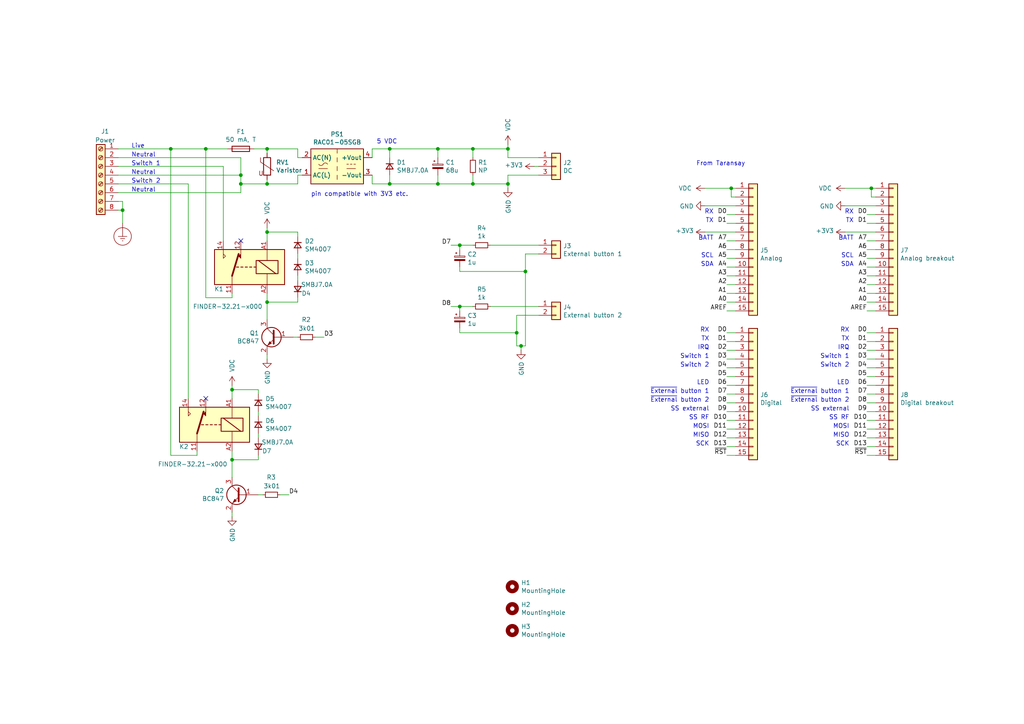
<source format=kicad_sch>
(kicad_sch (version 20211123) (generator eeschema)
  (paper "A4")
  (lib_symbols
    (symbol "Connector:Screw_Terminal_01x08" (pin_names (offset 1.016) hide)
      (property "Reference" "J" (at 0 10.16 0))
      (property "Value" "Screw_Terminal_01x08" (at 0 -12.7 0))
      (symbol "Screw_Terminal_01x08_1_1"
        (rectangle (start -1.27 8.89) (end 1.27 -11.43) (stroke (width 0.254)) (fill (type background)))
        (circle (center 0 -10.16) (radius 0.635) (stroke (width 0.1524)))
        (circle (center 0 -7.62) (radius 0.635) (stroke (width 0.1524)))
        (circle (center 0 -5.08) (radius 0.635) (stroke (width 0.1524)))
        (circle (center 0 -2.54) (radius 0.635) (stroke (width 0.1524)))
        (polyline (pts (xy -0.5334 -9.8298) (xy 0.3302 -10.668)) (stroke (width 0.1524)))
        (polyline (pts (xy -0.5334 -7.2898) (xy 0.3302 -8.128)) (stroke (width 0.1524)))
        (polyline (pts (xy -0.5334 -4.7498) (xy 0.3302 -5.588)) (stroke (width 0.1524)))
        (polyline (pts (xy -0.5334 -2.2098) (xy 0.3302 -3.048)) (stroke (width 0.1524)))
        (polyline (pts (xy -0.5334 0.3302) (xy 0.3302 -0.508)) (stroke (width 0.1524)))
        (polyline (pts (xy -0.5334 2.8702) (xy 0.3302 2.032)) (stroke (width 0.1524)))
        (polyline (pts (xy -0.5334 5.4102) (xy 0.3302 4.572)) (stroke (width 0.1524)))
        (polyline (pts (xy -0.5334 7.9502) (xy 0.3302 7.112)) (stroke (width 0.1524)))
        (polyline (pts (xy -0.3556 -9.652) (xy 0.508 -10.4902)) (stroke (width 0.1524)))
        (polyline (pts (xy -0.3556 -7.112) (xy 0.508 -7.9502)) (stroke (width 0.1524)))
        (polyline (pts (xy -0.3556 -4.572) (xy 0.508 -5.4102)) (stroke (width 0.1524)))
        (polyline (pts (xy -0.3556 -2.032) (xy 0.508 -2.8702)) (stroke (width 0.1524)))
        (polyline (pts (xy -0.3556 0.508) (xy 0.508 -0.3302)) (stroke (width 0.1524)))
        (polyline (pts (xy -0.3556 3.048) (xy 0.508 2.2098)) (stroke (width 0.1524)))
        (polyline (pts (xy -0.3556 5.588) (xy 0.508 4.7498)) (stroke (width 0.1524)))
        (polyline (pts (xy -0.3556 8.128) (xy 0.508 7.2898)) (stroke (width 0.1524)))
        (circle (center 0 0) (radius 0.635) (stroke (width 0.1524)))
        (circle (center 0 2.54) (radius 0.635) (stroke (width 0.1524)))
        (circle (center 0 5.08) (radius 0.635) (stroke (width 0.1524)))
        (circle (center 0 7.62) (radius 0.635) (stroke (width 0.1524)))
        (pin passive line (at -5.08 7.62 0) (length 3.81) (name "Pin_1") (number "1"))
        (pin passive line (at -5.08 5.08 0) (length 3.81) (name "Pin_2") (number "2"))
        (pin passive line (at -5.08 2.54 0) (length 3.81) (name "Pin_3") (number "3"))
        (pin passive line (at -5.08 0 0) (length 3.81) (name "Pin_4") (number "4"))
        (pin passive line (at -5.08 -2.54 0) (length 3.81) (name "Pin_5") (number "5"))
        (pin passive line (at -5.08 -5.08 0) (length 3.81) (name "Pin_6") (number "6"))
        (pin passive line (at -5.08 -7.62 0) (length 3.81) (name "Pin_7") (number "7"))
        (pin passive line (at -5.08 -10.16 0) (length 3.81) (name "Pin_8") (number "8"))
      )
    )
    (symbol "Connector_Generic:Conn_01x02" (pin_names (offset 1.016) hide)
      (property "Reference" "J" (at 0 2.54 0))
      (property "Value" "Conn_01x02" (at 0 -5.08 0))
      (symbol "Conn_01x02_1_1"
        (rectangle (start -1.27 -2.413) (end 0 -2.667) (stroke (width 0.1524)))
        (rectangle (start -1.27 0.127) (end 0 -0.127) (stroke (width 0.1524)))
        (rectangle (start -1.27 1.27) (end 1.27 -3.81) (stroke (width 0.254)) (fill (type background)))
        (pin passive line (at -5.08 0 0) (length 3.81) (name "Pin_1") (number "1"))
        (pin passive line (at -5.08 -2.54 0) (length 3.81) (name "Pin_2") (number "2"))
      )
    )
    (symbol "Connector_Generic:Conn_01x03" (pin_names (offset 1.016) hide)
      (property "Reference" "J" (at 0 5.08 0))
      (property "Value" "Conn_01x03" (at 0 -5.08 0))
      (symbol "Conn_01x03_1_1"
        (rectangle (start -1.27 -2.413) (end 0 -2.667) (stroke (width 0.1524)))
        (rectangle (start -1.27 0.127) (end 0 -0.127) (stroke (width 0.1524)))
        (rectangle (start -1.27 2.667) (end 0 2.413) (stroke (width 0.1524)))
        (rectangle (start -1.27 3.81) (end 1.27 -3.81) (stroke (width 0.254)) (fill (type background)))
        (pin passive line (at -5.08 2.54 0) (length 3.81) (name "Pin_1") (number "1"))
        (pin passive line (at -5.08 0 0) (length 3.81) (name "Pin_2") (number "2"))
        (pin passive line (at -5.08 -2.54 0) (length 3.81) (name "Pin_3") (number "3"))
      )
    )
    (symbol "Connector_Generic:Conn_01x15" (pin_names (offset 1.016) hide)
      (property "Reference" "J" (at 0 20.32 0))
      (property "Value" "Conn_01x15" (at 0 -20.32 0))
      (symbol "Conn_01x15_1_1"
        (rectangle (start -1.27 -17.653) (end 0 -17.907) (stroke (width 0.1524)))
        (rectangle (start -1.27 -15.113) (end 0 -15.367) (stroke (width 0.1524)))
        (rectangle (start -1.27 -12.573) (end 0 -12.827) (stroke (width 0.1524)))
        (rectangle (start -1.27 -10.033) (end 0 -10.287) (stroke (width 0.1524)))
        (rectangle (start -1.27 -7.493) (end 0 -7.747) (stroke (width 0.1524)))
        (rectangle (start -1.27 -4.953) (end 0 -5.207) (stroke (width 0.1524)))
        (rectangle (start -1.27 -2.413) (end 0 -2.667) (stroke (width 0.1524)))
        (rectangle (start -1.27 0.127) (end 0 -0.127) (stroke (width 0.1524)))
        (rectangle (start -1.27 2.667) (end 0 2.413) (stroke (width 0.1524)))
        (rectangle (start -1.27 5.207) (end 0 4.953) (stroke (width 0.1524)))
        (rectangle (start -1.27 7.747) (end 0 7.493) (stroke (width 0.1524)))
        (rectangle (start -1.27 10.287) (end 0 10.033) (stroke (width 0.1524)))
        (rectangle (start -1.27 12.827) (end 0 12.573) (stroke (width 0.1524)))
        (rectangle (start -1.27 15.367) (end 0 15.113) (stroke (width 0.1524)))
        (rectangle (start -1.27 17.907) (end 0 17.653) (stroke (width 0.1524)))
        (rectangle (start -1.27 19.05) (end 1.27 -19.05) (stroke (width 0.254)) (fill (type background)))
        (pin passive line (at -5.08 17.78 0) (length 3.81) (name "Pin_1") (number "1"))
        (pin passive line (at -5.08 -5.08 0) (length 3.81) (name "Pin_10") (number "10"))
        (pin passive line (at -5.08 -7.62 0) (length 3.81) (name "Pin_11") (number "11"))
        (pin passive line (at -5.08 -10.16 0) (length 3.81) (name "Pin_12") (number "12"))
        (pin passive line (at -5.08 -12.7 0) (length 3.81) (name "Pin_13") (number "13"))
        (pin passive line (at -5.08 -15.24 0) (length 3.81) (name "Pin_14") (number "14"))
        (pin passive line (at -5.08 -17.78 0) (length 3.81) (name "Pin_15") (number "15"))
        (pin passive line (at -5.08 15.24 0) (length 3.81) (name "Pin_2") (number "2"))
        (pin passive line (at -5.08 12.7 0) (length 3.81) (name "Pin_3") (number "3"))
        (pin passive line (at -5.08 10.16 0) (length 3.81) (name "Pin_4") (number "4"))
        (pin passive line (at -5.08 7.62 0) (length 3.81) (name "Pin_5") (number "5"))
        (pin passive line (at -5.08 5.08 0) (length 3.81) (name "Pin_6") (number "6"))
        (pin passive line (at -5.08 2.54 0) (length 3.81) (name "Pin_7") (number "7"))
        (pin passive line (at -5.08 0 0) (length 3.81) (name "Pin_8") (number "8"))
        (pin passive line (at -5.08 -2.54 0) (length 3.81) (name "Pin_9") (number "9"))
      )
    )
    (symbol "Converter_ACDC:RAC01-05SGB"
      (property "Reference" "PS" (at 0 6.35 0))
      (property "Value" "RAC01-05SGB" (at 0 -6.35 0))
      (symbol "RAC01-05SGB_1_1"
        (rectangle (start -7.62 5.08) (end 7.62 -5.08) (stroke (width 0.254)) (fill (type background)))
        (arc (start -5.334 0.635) (mid -4.699 0.2495) (end -4.064 0.635))
        (arc (start -2.794 0.635) (mid -3.429 1.0072) (end -4.064 0.635))
        (polyline (pts (xy -5.334 -0.635) (xy -2.794 -0.635)))
        (polyline (pts (xy 0 -2.54) (xy 0 -3.81)))
        (polyline (pts (xy 0 0) (xy 0 -1.27)))
        (polyline (pts (xy 0 2.54) (xy 0 1.27)))
        (polyline (pts (xy 0 5.08) (xy 0 3.81)))
        (polyline (pts (xy 2.794 -0.635) (xy 5.334 -0.635)))
        (polyline (pts (xy 2.794 0.635) (xy 3.302 0.635)))
        (polyline (pts (xy 3.81 0.635) (xy 4.318 0.635)))
        (polyline (pts (xy 4.826 0.635) (xy 5.334 0.635)))
        (pin power_in line (at -10.16 -2.54 0) (length 2.54) (name "AC(L)") (number "1"))
        (pin power_in line (at -10.16 2.54 0) (length 2.54) (name "AC(N)") (number "2"))
        (pin power_out line (at 10.16 -2.54 180) (length 2.54) (name "-Vout") (number "3"))
        (pin power_out line (at 10.16 2.54 180) (length 2.54) (name "+Vout") (number "4"))
      )
    )
    (symbol "Device:C_Polarized_Small" (pin_numbers hide) (pin_names (offset 0.254) hide)
      (property "Reference" "C" (at 0.254 1.778 0))
      (property "Value" "C_Polarized_Small" (at 0.254 -2.032 0))
      (symbol "C_Polarized_Small_0_1"
        (rectangle (start -1.524 -0.3048) (end 1.524 -0.6858) (fill (type outline)))
        (rectangle (start -1.524 0.6858) (end 1.524 0.3048))
        (polyline (pts (xy -1.27 1.524) (xy -0.762 1.524)))
        (polyline (pts (xy -1.016 1.27) (xy -1.016 1.778)))
      )
      (symbol "C_Polarized_Small_1_1"
        (pin passive line (at 0 2.54 270) (length 1.8542) (name "~") (number "1"))
        (pin passive line (at 0 -2.54 90) (length 1.8542) (name "~") (number "2"))
      )
    )
    (symbol "Device:D_Small" (pin_numbers hide) (pin_names (offset 0.254) hide)
      (property "Reference" "D" (at -1.27 2.032 0))
      (property "Value" "D_Small" (at -3.81 -2.032 0))
      (symbol "D_Small_0_1"
        (polyline (pts (xy -0.762 -1.016) (xy -0.762 1.016)) (stroke (width 0.254)))
        (polyline (pts (xy -0.762 0) (xy 0.762 0)))
        (polyline (pts (xy 0.762 -1.016) (xy -0.762 0) (xy 0.762 1.016) (xy 0.762 -1.016)) (stroke (width 0.254)))
      )
      (symbol "D_Small_1_1"
        (pin passive line (at -2.54 0 0) (length 1.778) (name "K") (number "1"))
        (pin passive line (at 2.54 0 180) (length 1.778) (name "A") (number "2"))
      )
    )
    (symbol "Device:Fuse" (pin_numbers hide) (pin_names (offset 0))
      (property "Reference" "F" (at 2.032 0 90))
      (property "Value" "Fuse" (at -1.905 0 90))
      (symbol "Fuse_0_1"
        (rectangle (start -0.762 -2.54) (end 0.762 2.54) (stroke (width 0.254)))
        (polyline (pts (xy 0 2.54) (xy 0 -2.54)))
      )
      (symbol "Fuse_1_1"
        (pin passive line (at 0 3.81 270) (length 1.27) (name "~") (number "1"))
        (pin passive line (at 0 -3.81 90) (length 1.27) (name "~") (number "2"))
      )
    )
    (symbol "Device:Q_NPN_BEC" (pin_names (offset 0) hide)
      (property "Reference" "Q" (at 5.08 1.27 0))
      (property "Value" "Q_NPN_BEC" (at 5.08 -1.27 0))
      (symbol "Q_NPN_BEC_0_1"
        (polyline (pts (xy 0.635 0.635) (xy 2.54 2.54)))
        (polyline (pts (xy 0.635 -0.635) (xy 2.54 -2.54) (xy 2.54 -2.54)))
        (polyline (pts (xy 0.635 1.905) (xy 0.635 -1.905) (xy 0.635 -1.905)) (stroke (width 0.508)))
        (polyline (pts (xy 1.27 -1.778) (xy 1.778 -1.27) (xy 2.286 -2.286) (xy 1.27 -1.778) (xy 1.27 -1.778)) (fill (type outline)))
        (circle (center 1.27 0) (radius 2.8194) (stroke (width 0.254)))
      )
      (symbol "Q_NPN_BEC_1_1"
        (pin input line (at -5.08 0 0) (length 5.715) (name "B") (number "1"))
        (pin passive line (at 2.54 -5.08 90) (length 2.54) (name "E") (number "2"))
        (pin passive line (at 2.54 5.08 270) (length 2.54) (name "C") (number "3"))
      )
    )
    (symbol "Device:R_Small" (pin_numbers hide) (pin_names (offset 0.254) hide)
      (property "Reference" "R" (at 0.762 0.508 0))
      (property "Value" "R_Small" (at 0.762 -1.016 0))
      (symbol "R_Small_0_1"
        (rectangle (start -0.762 1.778) (end 0.762 -1.778) (stroke (width 0.2032)))
      )
      (symbol "R_Small_1_1"
        (pin passive line (at 0 2.54 270) (length 0.762) (name "~") (number "1"))
        (pin passive line (at 0 -2.54 90) (length 0.762) (name "~") (number "2"))
      )
    )
    (symbol "Device:Varistor" (pin_numbers hide) (pin_names (offset 0))
      (property "Reference" "RV" (at 3.175 0 90))
      (property "Value" "Varistor" (at -3.175 0 90))
      (symbol "Varistor_0_0"
        (text "U" (at -1.778 -2.032 0) (effects (font (size 1.27 1.27))))
      )
      (symbol "Varistor_0_1"
        (rectangle (start -1.016 -2.54) (end 1.016 2.54) (stroke (width 0.254)))
        (polyline (pts (xy -1.905 2.54) (xy -1.905 1.27) (xy 1.905 -1.27)))
      )
      (symbol "Varistor_1_1"
        (pin passive line (at 0 3.81 270) (length 1.27) (name "~") (number "1"))
        (pin passive line (at 0 -3.81 90) (length 1.27) (name "~") (number "2"))
      )
    )
    (symbol "Mechanical:MountingHole" (pin_names (offset 1.016))
      (property "Reference" "H" (at 0 5.08 0))
      (property "Value" "MountingHole" (at 0 3.175 0))
      (symbol "MountingHole_0_1"
        (circle (center 0 0) (radius 1.27) (stroke (width 1.27)))
      )
    )
    (symbol "Relay:FINDER-32.21-x000"
      (property "Reference" "K" (at 11.43 3.81 0))
      (property "Value" "FINDER-32.21-x000" (at 11.43 1.27 0))
      (symbol "FINDER-32.21-x000_0_0"
        (polyline (pts (xy 2.54 5.08) (xy 2.54 2.54) (xy 3.175 3.175) (xy 2.54 3.81)) (fill (type outline)))
        (polyline (pts (xy 7.62 5.08) (xy 7.62 2.54) (xy 6.985 3.175) (xy 7.62 3.81)))
      )
      (symbol "FINDER-32.21-x000_0_1"
        (rectangle (start -10.16 5.08) (end 10.16 -5.08) (stroke (width 0.254)) (fill (type background)))
        (rectangle (start -8.255 1.905) (end -1.905 -1.905) (stroke (width 0.254)))
        (polyline (pts (xy -7.62 -1.905) (xy -2.54 1.905)) (stroke (width 0.254)))
        (polyline (pts (xy -5.08 -5.08) (xy -5.08 -1.905)))
        (polyline (pts (xy -5.08 5.08) (xy -5.08 1.905)))
        (polyline (pts (xy -1.905 0) (xy -1.27 0)) (stroke (width 0.254)))
        (polyline (pts (xy -0.635 0) (xy 0 0)) (stroke (width 0.254)))
        (polyline (pts (xy 0.635 0) (xy 1.27 0)) (stroke (width 0.254)))
        (polyline (pts (xy 1.905 0) (xy 2.54 0)) (stroke (width 0.254)))
        (polyline (pts (xy 3.175 0) (xy 3.81 0)) (stroke (width 0.254)))
        (polyline (pts (xy 5.08 -2.54) (xy 3.175 3.81)) (stroke (width 0.508)))
        (polyline (pts (xy 5.08 -2.54) (xy 5.08 -5.08)))
      )
      (symbol "FINDER-32.21-x000_1_1"
        (pin passive line (at 5.08 -7.62 90) (length 2.54) (name "~") (number "11"))
        (pin passive line (at 2.54 7.62 270) (length 2.54) (name "~") (number "12"))
        (pin passive line (at 7.62 7.62 270) (length 2.54) (name "~") (number "14"))
        (pin passive line (at -5.08 7.62 270) (length 2.54) (name "~") (number "A1"))
        (pin passive line (at -5.08 -7.62 90) (length 2.54) (name "~") (number "A2"))
      )
    )
    (symbol "power:+3V3" (power) (pin_names (offset 0))
      (property "Value" "+3V3" (at 0 3.556 0))
      (symbol "+3V3_0_1"
        (polyline (pts (xy -0.762 1.27) (xy 0 2.54)))
        (polyline (pts (xy 0 0) (xy 0 2.54)))
        (polyline (pts (xy 0 2.54) (xy 0.762 1.27)))
      )
      (symbol "+3V3_1_1"
        (pin power_in line (at 0 0 90) (length 0) hide (name "+3V3") (number "1"))
      )
    )
    (symbol "power:Earth_Protective" (power) (pin_names (offset 0))
      (symbol "Earth_Protective_0_1"
        (circle (center 0 -3.81) (radius 2.54))
        (polyline (pts (xy -0.635 -4.445) (xy 0.635 -4.445)))
        (polyline (pts (xy -0.127 -5.08) (xy 0.127 -5.08)))
        (polyline (pts (xy 0 -3.81) (xy 0 0)))
        (polyline (pts (xy 1.27 -3.81) (xy -1.27 -3.81)))
      )
      (symbol "Earth_Protective_1_1"
        (pin power_in line (at 0 0 270) (length 0) hide (name "Earth_Protective") (number "1"))
      )
    )
    (symbol "power:GND" (power) (pin_names (offset 0))
      (property "Value" "GND" (at 0 -3.81 0))
      (symbol "GND_0_1"
        (polyline (pts (xy 0 0) (xy 0 -1.27) (xy 1.27 -1.27) (xy 0 -2.54) (xy -1.27 -1.27) (xy 0 -1.27)))
      )
      (symbol "GND_1_1"
        (pin power_in line (at 0 0 270) (length 0) hide (name "GND") (number "1"))
      )
    )
    (symbol "power:VDC" (power) (pin_names (offset 0))
      (property "Value" "VDC" (at 0 6.35 0))
      (symbol "VDC_0_1"
        (polyline (pts (xy -0.762 1.27) (xy 0 2.54)))
        (polyline (pts (xy 0 0) (xy 0 2.54)))
        (polyline (pts (xy 0 2.54) (xy 0.762 1.27)))
      )
      (symbol "VDC_1_1"
        (pin power_in line (at 0 0 90) (length 0) hide (name "VDC") (number "1"))
      )
    )
  )
  (junction (at 59.69 43.18))
  (junction (at 77.47 53.34))
  (junction (at 149.86 96.52))
  (junction (at 77.47 87.63))
  (junction (at 127 53.34))
  (junction (at 212.09 54.61))
  (junction (at 252.73 54.61))
  (junction (at 69.85 53.34))
  (junction (at 77.47 67.31))
  (junction (at 69.85 50.8))
  (junction (at 127 43.18))
  (junction (at 77.47 43.18))
  (junction (at 67.31 133.35))
  (junction (at 49.53 43.18))
  (junction (at 137.16 53.34))
  (junction (at 152.4 78.74))
  (junction (at 133.35 71.12))
  (junction (at 113.03 43.18))
  (junction (at 147.32 53.34))
  (junction (at 35.56 60.96))
  (junction (at 137.16 43.18))
  (junction (at 133.35 88.9))
  (junction (at 147.32 43.18))
  (junction (at 113.03 53.34))
  (junction (at 67.31 113.03))
  (junction (at 151.13 100.33))
  (no_connect (at 69.85 69.85))
  (no_connect (at 59.69 115.57))
  (wire (pts (xy 254 132.08) (xy 251.46 132.08)))
  (wire (pts (xy 142.24 88.9) (xy 156.21 88.9)))
  (wire (pts (xy 254 111.76) (xy 251.46 111.76)))
  (wire (pts (xy 34.29 58.42) (xy 35.56 58.42)))
  (wire (pts (xy 67.31 85.09) (xy 67.31 86.36)))
  (wire (pts (xy 74.93 125.73) (xy 74.93 127)))
  (wire (pts (xy 137.16 50.8) (xy 137.16 53.34)))
  (wire (pts (xy 77.47 92.71) (xy 77.47 87.63)))
  (wire (pts (xy 213.36 116.84) (xy 210.82 116.84)))
  (wire (pts (xy 152.4 78.74) (xy 133.35 78.74)))
  (wire (pts (xy 213.36 57.15) (xy 212.09 57.15)))
  (wire (pts (xy 67.31 133.35) (xy 67.31 130.81)))
  (wire (pts (xy 254 54.61) (xy 252.73 54.61)))
  (wire (pts (xy 74.93 133.35) (xy 67.31 133.35)))
  (wire (pts (xy 67.31 113.03) (xy 74.93 113.03)))
  (wire (pts (xy 152.4 73.66) (xy 152.4 78.74)))
  (wire (pts (xy 137.16 88.9) (xy 133.35 88.9)))
  (wire (pts (xy 213.36 54.61) (xy 212.09 54.61)))
  (wire (pts (xy 133.35 90.17) (xy 133.35 88.9)))
  (wire (pts (xy 67.31 113.03) (xy 67.31 115.57)))
  (wire (pts (xy 213.36 59.69) (xy 204.47 59.69)))
  (wire (pts (xy 213.36 90.17) (xy 210.82 90.17)))
  (wire (pts (xy 127 43.18) (xy 137.16 43.18)))
  (wire (pts (xy 213.36 62.23) (xy 210.82 62.23)))
  (wire (pts (xy 142.24 71.12) (xy 156.21 71.12)))
  (wire (pts (xy 254 101.6) (xy 251.46 101.6)))
  (wire (pts (xy 149.86 96.52) (xy 133.35 96.52)))
  (wire (pts (xy 69.85 45.72) (xy 34.29 45.72)))
  (wire (pts (xy 213.36 80.01) (xy 210.82 80.01)))
  (wire (pts (xy 69.85 53.34) (xy 77.47 53.34)))
  (wire (pts (xy 254 96.52) (xy 251.46 96.52)))
  (wire (pts (xy 254 74.93) (xy 251.46 74.93)))
  (wire (pts (xy 34.29 60.96) (xy 35.56 60.96)))
  (wire (pts (xy 107.95 53.34) (xy 113.03 53.34)))
  (wire (pts (xy 49.53 43.18) (xy 49.53 132.08)))
  (wire (pts (xy 147.32 45.72) (xy 147.32 43.18)))
  (wire (pts (xy 86.36 43.18) (xy 77.47 43.18)))
  (wire (pts (xy 154.94 48.26) (xy 156.21 48.26)))
  (wire (pts (xy 254 72.39) (xy 251.46 72.39)))
  (wire (pts (xy 252.73 54.61) (xy 245.11 54.61)))
  (wire (pts (xy 137.16 53.34) (xy 127 53.34)))
  (wire (pts (xy 74.93 132.08) (xy 74.93 133.35)))
  (wire (pts (xy 86.36 45.72) (xy 86.36 43.18)))
  (wire (pts (xy 133.35 71.12) (xy 130.81 71.12)))
  (wire (pts (xy 149.86 91.44) (xy 149.86 96.52)))
  (wire (pts (xy 137.16 45.72) (xy 137.16 43.18)))
  (wire (pts (xy 213.36 119.38) (xy 210.82 119.38)))
  (wire (pts (xy 151.13 101.6) (xy 151.13 100.33)))
  (wire (pts (xy 77.47 87.63) (xy 77.47 85.09)))
  (wire (pts (xy 77.47 102.87) (xy 77.47 104.14)))
  (wire (pts (xy 213.36 114.3) (xy 210.82 114.3)))
  (wire (pts (xy 213.36 74.93) (xy 210.82 74.93)))
  (wire (pts (xy 254 124.46) (xy 251.46 124.46)))
  (wire (pts (xy 86.36 80.01) (xy 86.36 81.28)))
  (wire (pts (xy 86.36 68.58) (xy 86.36 67.31)))
  (wire (pts (xy 107.95 50.8) (xy 107.95 53.34)))
  (wire (pts (xy 213.36 77.47) (xy 210.82 77.47)))
  (wire (pts (xy 57.15 132.08) (xy 49.53 132.08)))
  (wire (pts (xy 254 127) (xy 251.46 127)))
  (wire (pts (xy 213.36 124.46) (xy 210.82 124.46)))
  (wire (pts (xy 147.32 50.8) (xy 147.32 53.34)))
  (wire (pts (xy 87.63 45.72) (xy 86.36 45.72)))
  (wire (pts (xy 86.36 53.34) (xy 77.47 53.34)))
  (wire (pts (xy 107.95 43.18) (xy 113.03 43.18)))
  (wire (pts (xy 147.32 43.18) (xy 147.32 41.91)))
  (wire (pts (xy 86.36 87.63) (xy 77.47 87.63)))
  (wire (pts (xy 149.86 96.52) (xy 149.86 100.33)))
  (wire (pts (xy 213.36 82.55) (xy 210.82 82.55)))
  (wire (pts (xy 213.36 101.6) (xy 210.82 101.6)))
  (wire (pts (xy 54.61 115.57) (xy 54.61 53.34)))
  (wire (pts (xy 54.61 53.34) (xy 34.29 53.34)))
  (wire (pts (xy 213.36 106.68) (xy 210.82 106.68)))
  (wire (pts (xy 156.21 45.72) (xy 147.32 45.72)))
  (wire (pts (xy 77.47 66.04) (xy 77.47 67.31)))
  (wire (pts (xy 254 109.22) (xy 251.46 109.22)))
  (wire (pts (xy 213.36 111.76) (xy 210.82 111.76)))
  (wire (pts (xy 113.03 53.34) (xy 127 53.34)))
  (wire (pts (xy 254 119.38) (xy 251.46 119.38)))
  (wire (pts (xy 67.31 86.36) (xy 59.69 86.36)))
  (wire (pts (xy 67.31 111.76) (xy 67.31 113.03)))
  (wire (pts (xy 213.36 69.85) (xy 210.82 69.85)))
  (wire (pts (xy 254 114.3) (xy 251.46 114.3)))
  (wire (pts (xy 77.47 53.34) (xy 77.47 52.07)))
  (wire (pts (xy 254 104.14) (xy 251.46 104.14)))
  (wire (pts (xy 87.63 50.8) (xy 86.36 50.8)))
  (wire (pts (xy 77.47 67.31) (xy 86.36 67.31)))
  (wire (pts (xy 213.36 72.39) (xy 210.82 72.39)))
  (wire (pts (xy 213.36 129.54) (xy 210.82 129.54)))
  (wire (pts (xy 212.09 57.15) (xy 212.09 54.61)))
  (wire (pts (xy 254 87.63) (xy 251.46 87.63)))
  (wire (pts (xy 81.28 143.51) (xy 83.82 143.51)))
  (wire (pts (xy 69.85 55.88) (xy 69.85 53.34)))
  (wire (pts (xy 213.36 99.06) (xy 210.82 99.06)))
  (wire (pts (xy 34.29 55.88) (xy 69.85 55.88)))
  (wire (pts (xy 86.36 74.93) (xy 86.36 73.66)))
  (wire (pts (xy 254 90.17) (xy 251.46 90.17)))
  (wire (pts (xy 86.36 50.8) (xy 86.36 53.34)))
  (wire (pts (xy 34.29 50.8) (xy 69.85 50.8)))
  (wire (pts (xy 213.36 67.31) (xy 204.47 67.31)))
  (wire (pts (xy 213.36 96.52) (xy 210.82 96.52)))
  (wire (pts (xy 34.29 43.18) (xy 49.53 43.18)))
  (wire (pts (xy 57.15 130.81) (xy 57.15 132.08)))
  (wire (pts (xy 113.03 43.18) (xy 127 43.18)))
  (wire (pts (xy 59.69 86.36) (xy 59.69 43.18)))
  (wire (pts (xy 73.66 43.18) (xy 77.47 43.18)))
  (wire (pts (xy 127 53.34) (xy 127 50.8)))
  (wire (pts (xy 69.85 53.34) (xy 69.85 50.8)))
  (wire (pts (xy 133.35 96.52) (xy 133.35 95.25)))
  (wire (pts (xy 137.16 71.12) (xy 133.35 71.12)))
  (wire (pts (xy 133.35 78.74) (xy 133.35 77.47)))
  (wire (pts (xy 213.36 85.09) (xy 210.82 85.09)))
  (wire (pts (xy 147.32 53.34) (xy 147.32 54.61)))
  (wire (pts (xy 74.93 114.3) (xy 74.93 113.03)))
  (wire (pts (xy 254 129.54) (xy 251.46 129.54)))
  (wire (pts (xy 74.93 120.65) (xy 74.93 119.38)))
  (wire (pts (xy 254 59.69) (xy 245.11 59.69)))
  (wire (pts (xy 113.03 53.34) (xy 113.03 50.8)))
  (wire (pts (xy 147.32 43.18) (xy 137.16 43.18)))
  (wire (pts (xy 85.09 97.79) (xy 86.36 97.79)))
  (wire (pts (xy 254 57.15) (xy 252.73 57.15)))
  (wire (pts (xy 130.81 88.9) (xy 133.35 88.9)))
  (wire (pts (xy 156.21 91.44) (xy 149.86 91.44)))
  (wire (pts (xy 213.36 127) (xy 210.82 127)))
  (wire (pts (xy 113.03 43.18) (xy 113.03 45.72)))
  (wire (pts (xy 35.56 60.96) (xy 35.56 64.77)))
  (wire (pts (xy 213.36 64.77) (xy 210.82 64.77)))
  (wire (pts (xy 107.95 45.72) (xy 107.95 43.18)))
  (wire (pts (xy 74.93 143.51) (xy 76.2 143.51)))
  (wire (pts (xy 254 80.01) (xy 251.46 80.01)))
  (wire (pts (xy 152.4 100.33) (xy 151.13 100.33)))
  (wire (pts (xy 91.44 97.79) (xy 93.98 97.79)))
  (wire (pts (xy 213.36 87.63) (xy 210.82 87.63)))
  (wire (pts (xy 149.86 100.33) (xy 151.13 100.33)))
  (wire (pts (xy 212.09 54.61) (xy 204.47 54.61)))
  (wire (pts (xy 86.36 86.36) (xy 86.36 87.63)))
  (wire (pts (xy 254 67.31) (xy 245.11 67.31)))
  (wire (pts (xy 213.36 104.14) (xy 210.82 104.14)))
  (wire (pts (xy 156.21 73.66) (xy 152.4 73.66)))
  (wire (pts (xy 254 82.55) (xy 251.46 82.55)))
  (wire (pts (xy 127 45.72) (xy 127 43.18)))
  (wire (pts (xy 35.56 58.42) (xy 35.56 60.96)))
  (wire (pts (xy 59.69 43.18) (xy 66.04 43.18)))
  (wire (pts (xy 213.36 109.22) (xy 210.82 109.22)))
  (wire (pts (xy 67.31 138.43) (xy 67.31 133.35)))
  (wire (pts (xy 133.35 72.39) (xy 133.35 71.12)))
  (wire (pts (xy 49.53 43.18) (xy 59.69 43.18)))
  (wire (pts (xy 147.32 53.34) (xy 137.16 53.34)))
  (wire (pts (xy 67.31 148.59) (xy 67.31 149.86)))
  (wire (pts (xy 254 62.23) (xy 251.46 62.23)))
  (wire (pts (xy 254 69.85) (xy 251.46 69.85)))
  (wire (pts (xy 64.77 69.85) (xy 64.77 48.26)))
  (wire (pts (xy 213.36 121.92) (xy 210.82 121.92)))
  (wire (pts (xy 77.47 67.31) (xy 77.47 69.85)))
  (wire (pts (xy 254 121.92) (xy 251.46 121.92)))
  (wire (pts (xy 213.36 132.08) (xy 210.82 132.08)))
  (wire (pts (xy 254 106.68) (xy 251.46 106.68)))
  (wire (pts (xy 254 116.84) (xy 251.46 116.84)))
  (wire (pts (xy 77.47 43.18) (xy 77.47 44.45)))
  (wire (pts (xy 252.73 57.15) (xy 252.73 54.61)))
  (wire (pts (xy 69.85 50.8) (xy 69.85 45.72)))
  (wire (pts (xy 254 64.77) (xy 251.46 64.77)))
  (wire (pts (xy 34.29 48.26) (xy 64.77 48.26)))
  (wire (pts (xy 254 99.06) (xy 251.46 99.06)))
  (wire (pts (xy 254 77.47) (xy 251.46 77.47)))
  (wire (pts (xy 156.21 50.8) (xy 147.32 50.8)))
  (wire (pts (xy 254 85.09) (xy 251.46 85.09)))
  (wire (pts (xy 152.4 78.74) (xy 152.4 100.33)))
  (text "SS external" (at 205.74 119.38 180) (effects (font (size 1.27 1.27)) (justify right bottom)))
  (text "TX" (at 205.74 99.06 180) (effects (font (size 1.27 1.27)) (justify right bottom)))
  (text "Neutral" (at 38.1 45.72 0) (effects (font (size 1.27 1.27)) (justify left bottom)))
  (text "TX" (at 207.01 64.77 180) (effects (font (size 1.27 1.27)) (justify right bottom)))
  (text "Switch 2" (at 205.74 106.68 180) (effects (font (size 1.27 1.27)) (justify right bottom)))
  (text "5 VDC" (at 109.22 41.91 0) (effects (font (size 1.27 1.27)) (justify left bottom)))
  (text "SS external" (at 246.38 119.38 180) (effects (font (size 1.27 1.27)) (justify right bottom)))
  (text "Switch 2" (at 38.1 53.34 0) (effects (font (size 1.27 1.27)) (justify left bottom)))
  (text "~{External} button 2" (at 246.38 116.84 180) (effects (font (size 1.27 1.27)) (justify right bottom)))
  (text "SDA" (at 247.65 77.47 180) (effects (font (size 1.27 1.27)) (justify right bottom)))
  (text "RX" (at 247.65 62.23 180) (effects (font (size 1.27 1.27)) (justify right bottom)))
  (text "MOSI" (at 246.38 124.46 180) (effects (font (size 1.27 1.27)) (justify right bottom)))
  (text "SCL" (at 247.65 74.93 180) (effects (font (size 1.27 1.27)) (justify right bottom)))
  (text "RX" (at 246.38 96.52 180) (effects (font (size 1.27 1.27)) (justify right bottom)))
  (text "MISO" (at 246.38 127 180) (effects (font (size 1.27 1.27)) (justify right bottom)))
  (text "Switch 1" (at 246.38 104.14 180) (effects (font (size 1.27 1.27)) (justify right bottom)))
  (text "SS RF" (at 246.38 121.92 180) (effects (font (size 1.27 1.27)) (justify right bottom)))
  (text "Switch 1" (at 38.1 48.26 0) (effects (font (size 1.27 1.27)) (justify left bottom)))
  (text "Neutral" (at 38.1 50.8 0) (effects (font (size 1.27 1.27)) (justify left bottom)))
  (text "SS RF" (at 205.74 121.92 180) (effects (font (size 1.27 1.27)) (justify right bottom)))
  (text "Switch 2" (at 246.38 106.68 180) (effects (font (size 1.27 1.27)) (justify right bottom)))
  (text "SCL" (at 207.01 74.93 180) (effects (font (size 1.27 1.27)) (justify right bottom)))
  (text "RX" (at 207.01 62.23 180) (effects (font (size 1.27 1.27)) (justify right bottom)))
  (text "~{External} button 1" (at 246.38 114.3 180) (effects (font (size 1.27 1.27)) (justify right bottom)))
  (text "SCK" (at 246.38 129.54 180) (effects (font (size 1.27 1.27)) (justify right bottom)))
  (text "TX" (at 246.38 99.06 180) (effects (font (size 1.27 1.27)) (justify right bottom)))
  (text "RX" (at 205.74 96.52 180) (effects (font (size 1.27 1.27)) (justify right bottom)))
  (text "MOSI" (at 205.74 124.46 180) (effects (font (size 1.27 1.27)) (justify right bottom)))
  (text "Switch 1" (at 205.74 104.14 180) (effects (font (size 1.27 1.27)) (justify right bottom)))
  (text "BATT" (at 207.01 69.85 180) (effects (font (size 1.27 1.27)) (justify right bottom)))
  (text "~{External} button 2" (at 205.74 116.84 180) (effects (font (size 1.27 1.27)) (justify right bottom)))
  (text "IRQ" (at 246.38 101.6 180) (effects (font (size 1.27 1.27)) (justify right bottom)))
  (text "~{External} button 1" (at 205.74 114.3 180) (effects (font (size 1.27 1.27)) (justify right bottom)))
  (text "TX" (at 247.65 64.77 180) (effects (font (size 1.27 1.27)) (justify right bottom)))
  (text "LED" (at 205.74 111.76 180) (effects (font (size 1.27 1.27)) (justify right bottom)))
  (text "Live" (at 38.1 43.18 0) (effects (font (size 1.27 1.27)) (justify left bottom)))
  (text "Neutral" (at 38.1 55.88 0) (effects (font (size 1.27 1.27)) (justify left bottom)))
  (text "LED" (at 246.38 111.76 180) (effects (font (size 1.27 1.27)) (justify right bottom)))
  (text "From Taransay" (at 201.93 48.26 0) (effects (font (size 1.27 1.27)) (justify left bottom)))
  (text "SCK" (at 205.74 129.54 180) (effects (font (size 1.27 1.27)) (justify right bottom)))
  (text "BATT" (at 247.65 69.85 180) (effects (font (size 1.27 1.27)) (justify right bottom)))
  (text "pin compatible with 3V3 etc." (at 90.17 57.15 0) (effects (font (size 1.27 1.27)) (justify left bottom)))
  (text "MISO" (at 205.74 127 180) (effects (font (size 1.27 1.27)) (justify right bottom)))
  (text "IRQ" (at 205.74 101.6 180) (effects (font (size 1.27 1.27)) (justify right bottom)))
  (text "SDA" (at 207.01 77.47 180) (effects (font (size 1.27 1.27)) (justify right bottom)))
  (label "A0" (at 210.82 87.63 180))
  (label "D1" (at 251.46 64.77 180))
  (label "D7" (at 210.82 114.3 180))
  (label "A2" (at 210.82 82.55 180))
  (label "A5" (at 210.82 74.93 180))
  (label "D13" (at 210.82 129.54 180))
  (label "D0" (at 210.82 96.52 180))
  (label "D1" (at 251.46 99.06 180))
  (label "A1" (at 210.82 85.09 180))
  (label "D5" (at 251.46 109.22 180))
  (label "D0" (at 210.82 62.23 180))
  (label "D3" (at 251.46 104.14 180))
  (label "A3" (at 210.82 80.01 180))
  (label "~{RST}" (at 251.46 132.08 180))
  (label "D1" (at 210.82 64.77 180))
  (label "A5" (at 251.46 74.93 180))
  (label "D1" (at 210.82 99.06 180))
  (label "A2" (at 251.46 82.55 180))
  (label "D11" (at 210.82 124.46 180))
  (label "D13" (at 251.46 129.54 180))
  (label "A7" (at 210.82 69.85 180))
  (label "D5" (at 210.82 109.22 180))
  (label "D12" (at 210.82 127 180))
  (label "D7" (at 130.81 71.12 180))
  (label "D6" (at 251.46 111.76 180))
  (label "D3" (at 210.82 104.14 180))
  (label "D2" (at 251.46 101.6 180))
  (label "AREF" (at 251.46 90.17 180))
  (label "D4" (at 210.82 106.68 180))
  (label "D0" (at 251.46 96.52 180))
  (label "A6" (at 251.46 72.39 180))
  (label "A4" (at 251.46 77.47 180))
  (label "D12" (at 251.46 127 180))
  (label "A7" (at 251.46 69.85 180))
  (label "D8" (at 251.46 116.84 180))
  (label "D8" (at 210.82 116.84 180))
  (label "A0" (at 251.46 87.63 180))
  (label "~{RST}" (at 210.82 132.08 180))
  (label "A4" (at 210.82 77.47 180))
  (label "D6" (at 210.82 111.76 180))
  (label "D7" (at 251.46 114.3 180))
  (label "D9" (at 210.82 119.38 180))
  (label "D9" (at 251.46 119.38 180))
  (label "D4" (at 251.46 106.68 180))
  (label "D4" (at 83.82 143.51 0))
  (label "A6" (at 210.82 72.39 180))
  (label "A3" (at 251.46 80.01 180))
  (label "D2" (at 210.82 101.6 180))
  (label "D0" (at 251.46 62.23 180))
  (label "D11" (at 251.46 124.46 180))
  (label "D10" (at 251.46 121.92 180))
  (label "A1" (at 251.46 85.09 180))
  (label "AREF" (at 210.82 90.17 180))
  (label "D8" (at 130.81 88.9 180))
  (label "D3" (at 93.98 97.79 0))
  (label "D10" (at 210.82 121.92 180))
  (symbol (lib_id "Connector:Screw_Terminal_01x08") (at 29.21 50.8 0) (mirror y) (unit 1)
    (property "Reference" "J1" (at 30.48 38.1 0))
    (property "Value" "Power" (at 30.48 40.64 0))
    (property "Footprint" "TerminalBlock_Phoenix:TerminalBlock_Phoenix_MKDS-3-8-5.08_1x08_P5.08mm_Horizontal" (effects hide))
  )
  (symbol (lib_id "Device:Varistor") (at 77.47 48.26 0) (unit 1)
    (property "Reference" "RV1" (at 80.0862 47.0916 0) (effects (justify left)))
    (property "Value" "Varistor" (at 80.0862 49.403 0) (effects (justify left)))
    (property "Footprint" "Varistor:RV_Disc_D7mm_W5.7mm_P5mm" (effects hide))
    (property "Vendor1" "Mouser" (effects hide))
    (property "SKU1" "652-CV300K5BL1" (effects hide))
  )
  (symbol (lib_id "Device:Fuse") (at 69.85 43.18 270) (unit 1)
    (property "Reference" "F1" (at 69.85 38.1762 90))
    (property "Value" "50 mA, T" (at 69.85 40.4876 90))
    (property "Footprint" "Fuse:Fuseholder_Cylinder-5x20mm_Schurter_0031_8201_Horizontal_Open" (effects hide))
  )
  (symbol (lib_id "Relay:FINDER-32.21-x000") (at 72.39 77.47 0) (mirror y) (unit 1)
    (property "Reference" "K1" (at 63.5 83.82 0))
    (property "Value" "FINDER-32.21-x000" (at 66.04 88.9 0))
    (property "Footprint" "Relay_THT:Relay_SPDT_Finder_32.21-x000" (effects hide))
    (property "Datasheet" "https://gfinder.findernet.com/assets/Series/355/S32EN.pdf" (effects hide))
  )
  (symbol (lib_id "Converter_ACDC:RAC01-05SGB") (at 97.79 48.26 0) (unit 1)
    (property "Reference" "PS1" (at 97.79 38.9382 0))
    (property "Value" "RAC01-05SGB" (at 97.79 41.2496 0))
    (property "Footprint" "Converter_ACDC:Converter_ACDC_RECOM_RAC01-xxSGB_THT" (effects hide))
    (property "Datasheet" "https://www.recom-power.com/pdf/Powerline-AC-DC/RAC01-GB.pdf" (effects hide))
    (property "Vendor1" "Mouser" (effects hide))
    (property "SKU1" " 919-RAC01-05SGB" (effects hide))
  )
  (symbol (lib_id "Connector_Generic:Conn_01x15") (at 218.44 114.3 0) (unit 1)
    (property "Reference" "J6" (at 220.472 114.5032 0) (effects (justify left)))
    (property "Value" "Digital" (at 220.472 116.8146 0) (effects (justify left)))
    (property "Footprint" "Connector_PinHeader_2.54mm:PinHeader_1x15_P2.54mm_Vertical" (effects hide))
  )
  (symbol (lib_id "Connector_Generic:Conn_01x15") (at 218.44 72.39 0) (unit 1)
    (property "Reference" "J5" (at 220.472 72.5932 0) (effects (justify left)))
    (property "Value" "Analog" (at 220.472 74.9046 0) (effects (justify left)))
    (property "Footprint" "Connector_PinHeader_2.54mm:PinHeader_1x15_P2.54mm_Vertical" (effects hide))
  )
  (symbol (lib_id "power:VDC") (at 204.47 54.61 90) (unit 1)
    (property "Reference" "#PWR0101" (effects hide))
    (property "Value" "VDC" (at 200.66 54.61 90) (effects (justify left)))
  )
  (symbol (lib_id "power:GND") (at 204.47 59.69 270) (unit 1)
    (property "Reference" "#PWR0102" (effects hide))
    (property "Value" "GND" (at 201.2188 59.817 90) (effects (justify right)))
  )
  (symbol (lib_id "power:+3V3") (at 204.47 67.31 90) (unit 1)
    (property "Reference" "#PWR0103" (effects hide))
    (property "Value" "+3V3" (at 201.2188 66.929 90) (effects (justify left)))
  )
  (symbol (lib_id "Device:D_Small") (at 113.03 48.26 270) (unit 1)
    (property "Reference" "D1" (at 115.062 47.0916 90) (effects (justify left)))
    (property "Value" "SMBJ7.0A" (at 115.062 49.403 90) (effects (justify left)))
    (property "Footprint" "Diode_SMD:D_SMB" (effects hide))
    (property "Datasheet" "https://www.littelfuse.com/~/media/electronics/datasheets/tvs_diodes/littelfuse_tvs_diode_smbj_datasheet.pdf.pdf" (effects hide))
  )
  (symbol (lib_id "Device:C_Polarized_Small") (at 127 48.26 0) (unit 1)
    (property "Reference" "C1" (at 129.2352 47.0916 0) (effects (justify left)))
    (property "Value" "68u" (at 129.2352 49.403 0) (effects (justify left)))
    (property "Footprint" "Capacitor_THT:CP_Radial_D6.3mm_P2.50mm" (effects hide))
  )
  (symbol (lib_id "power:GND") (at 147.32 54.61 0) (unit 1)
    (property "Reference" "#PWR0104" (effects hide))
    (property "Value" "GND" (at 147.447 57.8612 90) (effects (justify right)))
  )
  (symbol (lib_id "power:VDC") (at 147.32 41.91 0) (unit 1)
    (property "Reference" "#PWR0105" (effects hide))
    (property "Value" "VDC" (at 147.32 38.1 90) (effects (justify left)))
  )
  (symbol (lib_id "power:Earth_Protective") (at 35.56 64.77 0) (unit 1)
    (property "Reference" "#PWR0106" (effects hide))
    (property "Value" "Earth_Protective" (effects hide))
  )
  (symbol (lib_id "Device:R_Small") (at 137.16 48.26 0) (unit 1)
    (property "Reference" "R1" (at 138.6586 47.0916 0) (effects (justify left)))
    (property "Value" "NP" (at 138.6586 49.403 0) (effects (justify left)))
    (property "Footprint" "Resistor_SMD:R_0805_2012Metric" (effects hide))
  )
  (symbol (lib_id "power:VDC") (at 77.47 66.04 0) (unit 1)
    (property "Reference" "#PWR0107" (effects hide))
    (property "Value" "VDC" (at 77.47 62.23 90) (effects (justify left)))
  )
  (symbol (lib_id "Device:D_Small") (at 86.36 83.82 90) (unit 1)
    (property "Reference" "D4" (at 90.17 85.09 90) (effects (justify left)))
    (property "Value" "SMBJ7.0A" (at 96.52 82.55 90) (effects (justify left)))
    (property "Footprint" "Diode_SMD:D_SMB" (effects hide))
    (property "Datasheet" "https://www.littelfuse.com/~/media/electronics/datasheets/tvs_diodes/littelfuse_tvs_diode_smbj_datasheet.pdf.pdf" (effects hide))
  )
  (symbol (lib_id "Device:D_Small") (at 86.36 77.47 270) (unit 1)
    (property "Reference" "D3" (at 88.392 76.3016 90) (effects (justify left)))
    (property "Value" "SM4007" (at 88.392 78.613 90) (effects (justify left)))
    (property "Footprint" "Diode_SMD:D_MELF" (effects hide))
    (property "Datasheet" "https://www.littelfuse.com/~/media/electronics/datasheets/tvs_diodes/littelfuse_tvs_diode_smbj_datasheet.pdf.pdf" (effects hide))
  )
  (symbol (lib_id "Device:D_Small") (at 86.36 71.12 270) (unit 1)
    (property "Reference" "D2" (at 88.392 69.9516 90) (effects (justify left)))
    (property "Value" "SM4007" (at 88.392 72.263 90) (effects (justify left)))
    (property "Footprint" "Diode_SMD:D_MELF" (effects hide))
    (property "Datasheet" "https://www.littelfuse.com/~/media/electronics/datasheets/tvs_diodes/littelfuse_tvs_diode_smbj_datasheet.pdf.pdf" (effects hide))
  )
  (symbol (lib_id "power:GND") (at 77.47 104.14 0) (unit 1)
    (property "Reference" "#PWR0108" (effects hide))
    (property "Value" "GND" (at 77.597 107.3912 90) (effects (justify right)))
  )
  (symbol (lib_id "Device:R_Small") (at 88.9 97.79 90) (unit 1)
    (property "Reference" "R2" (at 90.17 92.71 90) (effects (justify left)))
    (property "Value" "3k01" (at 91.44 95.25 90) (effects (justify left)))
    (property "Footprint" "Resistor_SMD:R_0805_2012Metric" (effects hide))
  )
  (symbol (lib_id "Device:Q_NPN_BEC") (at 80.01 97.79 0) (mirror y) (unit 1)
    (property "Reference" "Q1" (at 75.1586 96.6216 0) (effects (justify left)))
    (property "Value" "BC847" (at 75.1586 98.933 0) (effects (justify left)))
    (property "Footprint" "Package_TO_SOT_SMD:SOT-23" (effects hide))
    (property "Datasheet" "http://www.infineon.com/dgdl/Infineon-BC847SERIES_BC848SERIES_BC849SERIES_BC850SERIES-DS-v01_01-en.pdf?fileId=db3a304314dca389011541d4630a1657" (effects hide))
  )
  (symbol (lib_id "Relay:FINDER-32.21-x000") (at 62.23 123.19 0) (mirror y) (unit 1)
    (property "Reference" "K2" (at 53.34 129.54 0))
    (property "Value" "FINDER-32.21-x000" (at 55.88 134.62 0))
    (property "Footprint" "Relay_THT:Relay_SPDT_Finder_32.21-x000" (effects hide))
    (property "Datasheet" "https://gfinder.findernet.com/assets/Series/355/S32EN.pdf" (effects hide))
  )
  (symbol (lib_id "power:VDC") (at 67.31 111.76 0) (unit 1)
    (property "Reference" "#PWR0109" (effects hide))
    (property "Value" "VDC" (at 67.31 107.95 90) (effects (justify left)))
  )
  (symbol (lib_id "Device:D_Small") (at 74.93 129.54 90) (unit 1)
    (property "Reference" "D7" (at 78.74 130.81 90) (effects (justify left)))
    (property "Value" "SMBJ7.0A" (at 85.09 128.27 90) (effects (justify left)))
    (property "Footprint" "Diode_SMD:D_SMB" (effects hide))
    (property "Datasheet" "https://www.littelfuse.com/~/media/electronics/datasheets/tvs_diodes/littelfuse_tvs_diode_smbj_datasheet.pdf.pdf" (effects hide))
  )
  (symbol (lib_id "Device:D_Small") (at 74.93 123.19 270) (unit 1)
    (property "Reference" "D6" (at 76.962 122.0216 90) (effects (justify left)))
    (property "Value" "SM4007" (at 76.962 124.333 90) (effects (justify left)))
    (property "Footprint" "Diode_SMD:D_MELF" (effects hide))
    (property "Datasheet" "https://www.littelfuse.com/~/media/electronics/datasheets/tvs_diodes/littelfuse_tvs_diode_smbj_datasheet.pdf.pdf" (effects hide))
  )
  (symbol (lib_id "Device:D_Small") (at 74.93 116.84 270) (unit 1)
    (property "Reference" "D5" (at 76.962 115.6716 90) (effects (justify left)))
    (property "Value" "SM4007" (at 76.962 117.983 90) (effects (justify left)))
    (property "Footprint" "Diode_SMD:D_MELF" (effects hide))
    (property "Datasheet" "https://www.littelfuse.com/~/media/electronics/datasheets/tvs_diodes/littelfuse_tvs_diode_smbj_datasheet.pdf.pdf" (effects hide))
  )
  (symbol (lib_id "power:GND") (at 67.31 149.86 0) (unit 1)
    (property "Reference" "#PWR0110" (effects hide))
    (property "Value" "GND" (at 67.437 153.1112 90) (effects (justify right)))
  )
  (symbol (lib_id "Device:R_Small") (at 78.74 143.51 90) (unit 1)
    (property "Reference" "R3" (at 80.01 138.43 90) (effects (justify left)))
    (property "Value" "3k01" (at 81.28 140.97 90) (effects (justify left)))
    (property "Footprint" "Resistor_SMD:R_0805_2012Metric" (effects hide))
  )
  (symbol (lib_id "Device:Q_NPN_BEC") (at 69.85 143.51 0) (mirror y) (unit 1)
    (property "Reference" "Q2" (at 64.9986 142.3416 0) (effects (justify left)))
    (property "Value" "BC847" (at 64.9986 144.653 0) (effects (justify left)))
    (property "Footprint" "Package_TO_SOT_SMD:SOT-23" (effects hide))
    (property "Datasheet" "http://www.infineon.com/dgdl/Infineon-BC847SERIES_BC848SERIES_BC849SERIES_BC850SERIES-DS-v01_01-en.pdf?fileId=db3a304314dca389011541d4630a1657" (effects hide))
  )
  (symbol (lib_id "Connector_Generic:Conn_01x03") (at 161.29 48.26 0) (unit 1)
    (property "Reference" "J2" (at 163.322 47.1932 0) (effects (justify left)))
    (property "Value" "DC" (at 163.322 49.5046 0) (effects (justify left)))
    (property "Footprint" "Connector_Wire:SolderWire-0.75sqmm_1x03_P4.8mm_D1.25mm_OD2.3mm" (effects hide))
  )
  (symbol (lib_id "Connector_Generic:Conn_01x02") (at 161.29 71.12 0) (unit 1)
    (property "Reference" "J3" (at 163.322 71.3232 0) (effects (justify left)))
    (property "Value" "External button 1" (at 163.322 73.6346 0) (effects (justify left)))
    (property "Footprint" "Connector_Wire:SolderWire-0.75sqmm_1x02_P4.8mm_D1.25mm_OD2.3mm" (effects hide))
  )
  (symbol (lib_id "Connector_Generic:Conn_01x02") (at 161.29 88.9 0) (unit 1)
    (property "Reference" "J4" (at 163.322 89.1032 0) (effects (justify left)))
    (property "Value" "External button 2" (at 163.322 91.4146 0) (effects (justify left)))
    (property "Footprint" "Connector_Wire:SolderWire-0.75sqmm_1x02_P4.8mm_D1.25mm_OD2.3mm" (effects hide))
  )
  (symbol (lib_id "power:GND") (at 151.13 101.6 0) (unit 1)
    (property "Reference" "#PWR0111" (effects hide))
    (property "Value" "GND" (at 151.257 104.8512 90) (effects (justify right)))
  )
  (symbol (lib_id "Device:R_Small") (at 139.7 71.12 270) (unit 1)
    (property "Reference" "R4" (at 139.7 66.1416 90))
    (property "Value" "1k" (at 139.7 68.453 90))
    (property "Footprint" "Resistor_SMD:R_0805_2012Metric" (effects hide))
  )
  (symbol (lib_id "Device:R_Small") (at 139.7 88.9 270) (unit 1)
    (property "Reference" "R5" (at 139.7 83.9216 90))
    (property "Value" "1k" (at 139.7 86.233 90))
    (property "Footprint" "Resistor_SMD:R_0805_2012Metric" (effects hide))
  )
  (symbol (lib_id "Device:C_Polarized_Small") (at 133.35 74.93 0) (unit 1)
    (property "Reference" "C2" (at 135.5852 73.7616 0) (effects (justify left)))
    (property "Value" "1u" (at 135.5852 76.073 0) (effects (justify left)))
    (property "Footprint" "Capacitor_THT:CP_Radial_D6.3mm_P2.50mm" (effects hide))
  )
  (symbol (lib_id "Device:C_Polarized_Small") (at 133.35 92.71 0) (unit 1)
    (property "Reference" "C3" (at 135.5852 91.5416 0) (effects (justify left)))
    (property "Value" "1u" (at 135.5852 93.853 0) (effects (justify left)))
    (property "Footprint" "Capacitor_THT:CP_Radial_D6.3mm_P2.50mm" (effects hide))
  )
  (symbol (lib_id "power:+3V3") (at 154.94 48.26 90) (unit 1)
    (property "Reference" "#PWR0112" (effects hide))
    (property "Value" "+3V3" (at 151.6888 47.879 90) (effects (justify left)))
  )
  (symbol (lib_id "Connector_Generic:Conn_01x15") (at 259.08 72.39 0) (unit 1)
    (property "Reference" "J7" (at 261.112 72.5932 0) (effects (justify left)))
    (property "Value" "Analog breakout" (at 261.112 74.9046 0) (effects (justify left)))
    (property "Footprint" "Connector_PinSocket_2.54mm:PinSocket_1x15_P2.54mm_Vertical" (effects hide))
  )
  (symbol (lib_id "power:VDC") (at 245.11 54.61 90) (unit 1)
    (property "Reference" "#PWR0113" (effects hide))
    (property "Value" "VDC" (at 241.3 54.61 90) (effects (justify left)))
  )
  (symbol (lib_id "power:GND") (at 245.11 59.69 270) (unit 1)
    (property "Reference" "#PWR0114" (effects hide))
    (property "Value" "GND" (at 241.8588 59.817 90) (effects (justify right)))
  )
  (symbol (lib_id "power:+3V3") (at 245.11 67.31 90) (unit 1)
    (property "Reference" "#PWR0115" (effects hide))
    (property "Value" "+3V3" (at 241.8588 66.929 90) (effects (justify left)))
  )
  (symbol (lib_id "Connector_Generic:Conn_01x15") (at 259.08 114.3 0) (unit 1)
    (property "Reference" "J8" (at 261.112 114.5032 0) (effects (justify left)))
    (property "Value" "Digital breakout" (at 261.112 116.8146 0) (effects (justify left)))
    (property "Footprint" "Connector_PinSocket_2.54mm:PinSocket_1x15_P2.54mm_Vertical" (effects hide))
  )
  (symbol (lib_id "Mechanical:MountingHole") (at 148.59 170.18 0) (unit 1)
    (property "Reference" "H1" (at 151.13 169.0116 0) (effects (justify left)))
    (property "Value" "MountingHole" (at 151.13 171.323 0) (effects (justify left)))
    (property "Footprint" "MountingHole:MountingHole_3.2mm_M3" (effects hide))
  )
  (symbol (lib_id "Mechanical:MountingHole") (at 148.59 176.53 0) (unit 1)
    (property "Reference" "H2" (at 151.13 175.3616 0) (effects (justify left)))
    (property "Value" "MountingHole" (at 151.13 177.673 0) (effects (justify left)))
    (property "Footprint" "MountingHole:MountingHole_3.2mm_M3" (effects hide))
  )
  (symbol (lib_id "Mechanical:MountingHole") (at 148.59 182.88 0) (unit 1)
    (property "Reference" "H3" (at 151.13 181.7116 0) (effects (justify left)))
    (property "Value" "MountingHole" (at 151.13 184.023 0) (effects (justify left)))
    (property "Footprint" "MountingHole:MountingHole_3.2mm_M3" (effects hide))
  )
)
</source>
